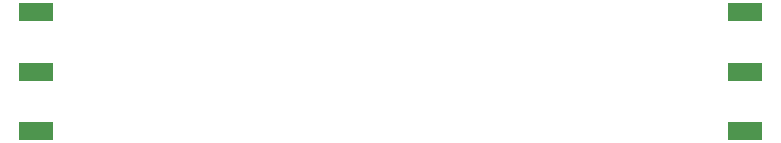
<source format=gbp>
G04 ---------------------------- Layer name :BOTTOM PASTER LAYER*
G04 EasyEDA v5.8.22, Sat, 19 Jan 2019 18:17:00 GMT*
G04 b8eca77e87294b629a6419249ffa979f*
G04 Gerber Generator version 0.2*
G04 Scale: 100 percent, Rotated: No, Reflected: No *
G04 Dimensions in millimeters *
G04 leading zeros omitted , absolute positions ,3 integer and 3 decimal *
%FSLAX33Y33*%
%MOMM*%
G90*
G71D02*

%ADD16R,2.999994X1.524000*%

%LPD*%
G54D16*
G01X69999Y39999D03*
G01X69999Y29999D03*
G01X69999Y34999D03*
G01X9999Y39999D03*
G01X9999Y29999D03*
G01X9999Y34999D03*
M00*
M02*

</source>
